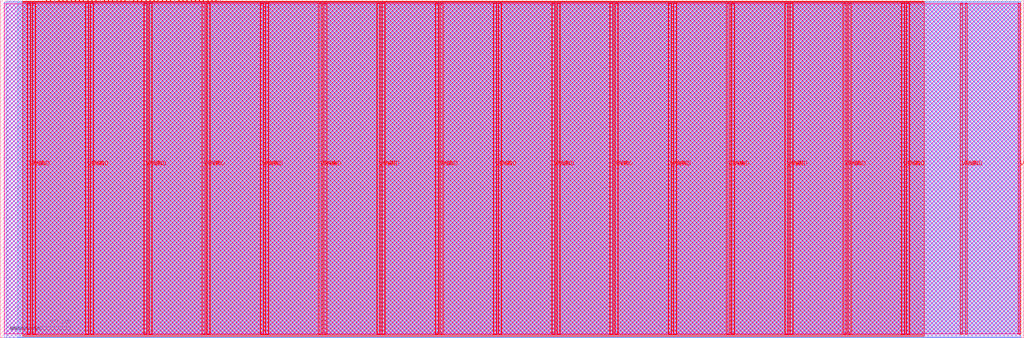
<source format=lef>
VERSION 5.7 ;
  NOWIREEXTENSIONATPIN ON ;
  DIVIDERCHAR "/" ;
  BUSBITCHARS "[]" ;
MACRO tt_um_tt_tinyQV
  CLASS BLOCK ;
  FOREIGN tt_um_tt_tinyQV ;
  ORIGIN 0.000 0.000 ;
  SIZE 682.640 BY 225.760 ;
  PIN VGND
    DIRECTION INOUT ;
    USE GROUND ;
    PORT
      LAYER met4 ;
        RECT 21.580 2.480 23.180 223.280 ;
    END
    PORT
      LAYER met4 ;
        RECT 60.450 2.480 62.050 223.280 ;
    END
    PORT
      LAYER met4 ;
        RECT 99.320 2.480 100.920 223.280 ;
    END
    PORT
      LAYER met4 ;
        RECT 138.190 2.480 139.790 223.280 ;
    END
    PORT
      LAYER met4 ;
        RECT 177.060 2.480 178.660 223.280 ;
    END
    PORT
      LAYER met4 ;
        RECT 215.930 2.480 217.530 223.280 ;
    END
    PORT
      LAYER met4 ;
        RECT 254.800 2.480 256.400 223.280 ;
    END
    PORT
      LAYER met4 ;
        RECT 293.670 2.480 295.270 223.280 ;
    END
    PORT
      LAYER met4 ;
        RECT 332.540 2.480 334.140 223.280 ;
    END
    PORT
      LAYER met4 ;
        RECT 371.410 2.480 373.010 223.280 ;
    END
    PORT
      LAYER met4 ;
        RECT 410.280 2.480 411.880 223.280 ;
    END
    PORT
      LAYER met4 ;
        RECT 449.150 2.480 450.750 223.280 ;
    END
    PORT
      LAYER met4 ;
        RECT 488.020 2.480 489.620 223.280 ;
    END
    PORT
      LAYER met4 ;
        RECT 526.890 2.480 528.490 223.280 ;
    END
    PORT
      LAYER met4 ;
        RECT 565.760 2.480 567.360 223.280 ;
    END
    PORT
      LAYER met4 ;
        RECT 604.630 2.480 606.230 223.280 ;
    END
    PORT
      LAYER met4 ;
        RECT 643.500 2.480 645.100 223.280 ;
    END
  END VGND
  PIN VPWR
    DIRECTION INOUT ;
    USE POWER ;
    PORT
      LAYER met4 ;
        RECT 18.280 2.480 19.880 223.280 ;
    END
    PORT
      LAYER met4 ;
        RECT 57.150 2.480 58.750 223.280 ;
    END
    PORT
      LAYER met4 ;
        RECT 96.020 2.480 97.620 223.280 ;
    END
    PORT
      LAYER met4 ;
        RECT 134.890 2.480 136.490 223.280 ;
    END
    PORT
      LAYER met4 ;
        RECT 173.760 2.480 175.360 223.280 ;
    END
    PORT
      LAYER met4 ;
        RECT 212.630 2.480 214.230 223.280 ;
    END
    PORT
      LAYER met4 ;
        RECT 251.500 2.480 253.100 223.280 ;
    END
    PORT
      LAYER met4 ;
        RECT 290.370 2.480 291.970 223.280 ;
    END
    PORT
      LAYER met4 ;
        RECT 329.240 2.480 330.840 223.280 ;
    END
    PORT
      LAYER met4 ;
        RECT 368.110 2.480 369.710 223.280 ;
    END
    PORT
      LAYER met4 ;
        RECT 406.980 2.480 408.580 223.280 ;
    END
    PORT
      LAYER met4 ;
        RECT 445.850 2.480 447.450 223.280 ;
    END
    PORT
      LAYER met4 ;
        RECT 484.720 2.480 486.320 223.280 ;
    END
    PORT
      LAYER met4 ;
        RECT 523.590 2.480 525.190 223.280 ;
    END
    PORT
      LAYER met4 ;
        RECT 562.460 2.480 564.060 223.280 ;
    END
    PORT
      LAYER met4 ;
        RECT 601.330 2.480 602.930 223.280 ;
    END
    PORT
      LAYER met4 ;
        RECT 640.200 2.480 641.800 223.280 ;
    END
    PORT
      LAYER met4 ;
        RECT 679.070 2.480 680.670 223.280 ;
    END
  END VPWR
  PIN clk
    DIRECTION INPUT ;
    USE SIGNAL ;
    ANTENNAGATEAREA 1.286700 ;
    ANTENNADIFFAREA 0.434700 ;
    PORT
      LAYER met4 ;
        RECT 143.830 224.760 144.130 225.760 ;
    END
  END clk
  PIN ena
    DIRECTION INPUT ;
    USE SIGNAL ;
    PORT
      LAYER met4 ;
        RECT 146.590 224.760 146.890 225.760 ;
    END
  END ena
  PIN rst_n
    DIRECTION INPUT ;
    USE SIGNAL ;
    ANTENNAGATEAREA 0.647700 ;
    ANTENNADIFFAREA 0.434700 ;
    PORT
      LAYER met4 ;
        RECT 141.070 224.760 141.370 225.760 ;
    END
  END rst_n
  PIN ui_in[0]
    DIRECTION INPUT ;
    USE SIGNAL ;
    ANTENNAGATEAREA 0.631200 ;
    ANTENNADIFFAREA 0.434700 ;
    PORT
      LAYER met4 ;
        RECT 138.310 224.760 138.610 225.760 ;
    END
  END ui_in[0]
  PIN ui_in[1]
    DIRECTION INPUT ;
    USE SIGNAL ;
    ANTENNAGATEAREA 0.631200 ;
    ANTENNADIFFAREA 0.434700 ;
    PORT
      LAYER met4 ;
        RECT 135.550 224.760 135.850 225.760 ;
    END
  END ui_in[1]
  PIN ui_in[2]
    DIRECTION INPUT ;
    USE SIGNAL ;
    ANTENNAGATEAREA 0.631200 ;
    ANTENNADIFFAREA 0.434700 ;
    PORT
      LAYER met4 ;
        RECT 132.790 224.760 133.090 225.760 ;
    END
  END ui_in[2]
  PIN ui_in[3]
    DIRECTION INPUT ;
    USE SIGNAL ;
    ANTENNAGATEAREA 0.631200 ;
    ANTENNADIFFAREA 0.434700 ;
    PORT
      LAYER met4 ;
        RECT 130.030 224.760 130.330 225.760 ;
    END
  END ui_in[3]
  PIN ui_in[4]
    DIRECTION INPUT ;
    USE SIGNAL ;
    ANTENNAGATEAREA 0.593700 ;
    ANTENNADIFFAREA 0.434700 ;
    PORT
      LAYER met4 ;
        RECT 127.270 224.760 127.570 225.760 ;
    END
  END ui_in[4]
  PIN ui_in[5]
    DIRECTION INPUT ;
    USE SIGNAL ;
    ANTENNAGATEAREA 0.647700 ;
    ANTENNADIFFAREA 0.434700 ;
    PORT
      LAYER met4 ;
        RECT 124.510 224.760 124.810 225.760 ;
    END
  END ui_in[5]
  PIN ui_in[6]
    DIRECTION INPUT ;
    USE SIGNAL ;
    ANTENNAGATEAREA 0.631200 ;
    ANTENNADIFFAREA 0.434700 ;
    PORT
      LAYER met4 ;
        RECT 121.750 224.760 122.050 225.760 ;
    END
  END ui_in[6]
  PIN ui_in[7]
    DIRECTION INPUT ;
    USE SIGNAL ;
    ANTENNAGATEAREA 0.631200 ;
    ANTENNADIFFAREA 0.434700 ;
    PORT
      LAYER met4 ;
        RECT 118.990 224.760 119.290 225.760 ;
    END
  END ui_in[7]
  PIN uio_in[0]
    DIRECTION INPUT ;
    USE SIGNAL ;
    PORT
      LAYER met4 ;
        RECT 116.230 224.760 116.530 225.760 ;
    END
  END uio_in[0]
  PIN uio_in[1]
    DIRECTION INPUT ;
    USE SIGNAL ;
    ANTENNAGATEAREA 0.631200 ;
    ANTENNADIFFAREA 0.434700 ;
    PORT
      LAYER met4 ;
        RECT 113.470 224.760 113.770 225.760 ;
    END
  END uio_in[1]
  PIN uio_in[2]
    DIRECTION INPUT ;
    USE SIGNAL ;
    ANTENNAGATEAREA 0.560700 ;
    ANTENNADIFFAREA 0.434700 ;
    PORT
      LAYER met4 ;
        RECT 110.710 224.760 111.010 225.760 ;
    END
  END uio_in[2]
  PIN uio_in[3]
    DIRECTION INPUT ;
    USE SIGNAL ;
    PORT
      LAYER met4 ;
        RECT 107.950 224.760 108.250 225.760 ;
    END
  END uio_in[3]
  PIN uio_in[4]
    DIRECTION INPUT ;
    USE SIGNAL ;
    ANTENNAGATEAREA 0.560700 ;
    ANTENNADIFFAREA 0.434700 ;
    PORT
      LAYER met4 ;
        RECT 105.190 224.760 105.490 225.760 ;
    END
  END uio_in[4]
  PIN uio_in[5]
    DIRECTION INPUT ;
    USE SIGNAL ;
    ANTENNAGATEAREA 0.631200 ;
    ANTENNADIFFAREA 0.434700 ;
    PORT
      LAYER met4 ;
        RECT 102.430 224.760 102.730 225.760 ;
    END
  END uio_in[5]
  PIN uio_in[6]
    DIRECTION INPUT ;
    USE SIGNAL ;
    PORT
      LAYER met4 ;
        RECT 99.670 224.760 99.970 225.760 ;
    END
  END uio_in[6]
  PIN uio_in[7]
    DIRECTION INPUT ;
    USE SIGNAL ;
    PORT
      LAYER met4 ;
        RECT 96.910 224.760 97.210 225.760 ;
    END
  END uio_in[7]
  PIN uio_oe[0]
    DIRECTION OUTPUT ;
    USE SIGNAL ;
    ANTENNADIFFAREA 0.445500 ;
    PORT
      LAYER met4 ;
        RECT 49.990 224.760 50.290 225.760 ;
    END
  END uio_oe[0]
  PIN uio_oe[1]
    DIRECTION OUTPUT ;
    USE SIGNAL ;
    ANTENNADIFFAREA 0.445500 ;
    PORT
      LAYER met4 ;
        RECT 47.230 224.760 47.530 225.760 ;
    END
  END uio_oe[1]
  PIN uio_oe[2]
    DIRECTION OUTPUT ;
    USE SIGNAL ;
    ANTENNADIFFAREA 0.445500 ;
    PORT
      LAYER met4 ;
        RECT 44.470 224.760 44.770 225.760 ;
    END
  END uio_oe[2]
  PIN uio_oe[3]
    DIRECTION OUTPUT ;
    USE SIGNAL ;
    ANTENNADIFFAREA 0.445500 ;
    PORT
      LAYER met4 ;
        RECT 41.710 224.760 42.010 225.760 ;
    END
  END uio_oe[3]
  PIN uio_oe[4]
    DIRECTION OUTPUT ;
    USE SIGNAL ;
    ANTENNADIFFAREA 0.445500 ;
    PORT
      LAYER met4 ;
        RECT 38.950 224.760 39.250 225.760 ;
    END
  END uio_oe[4]
  PIN uio_oe[5]
    DIRECTION OUTPUT ;
    USE SIGNAL ;
    ANTENNAGATEAREA 0.477000 ;
    ANTENNADIFFAREA 0.924000 ;
    PORT
      LAYER met4 ;
        RECT 36.190 224.760 36.490 225.760 ;
    END
  END uio_oe[5]
  PIN uio_oe[6]
    DIRECTION OUTPUT ;
    USE SIGNAL ;
    ANTENNADIFFAREA 0.445500 ;
    PORT
      LAYER met4 ;
        RECT 33.430 224.760 33.730 225.760 ;
    END
  END uio_oe[6]
  PIN uio_oe[7]
    DIRECTION OUTPUT ;
    USE SIGNAL ;
    ANTENNADIFFAREA 0.445500 ;
    PORT
      LAYER met4 ;
        RECT 30.670 224.760 30.970 225.760 ;
    END
  END uio_oe[7]
  PIN uio_out[0]
    DIRECTION OUTPUT ;
    USE SIGNAL ;
    ANTENNAGATEAREA 0.702000 ;
    ANTENNADIFFAREA 0.891000 ;
    PORT
      LAYER met4 ;
        RECT 72.070 224.760 72.370 225.760 ;
    END
  END uio_out[0]
  PIN uio_out[1]
    DIRECTION OUTPUT ;
    USE SIGNAL ;
    ANTENNADIFFAREA 0.891000 ;
    PORT
      LAYER met4 ;
        RECT 69.310 224.760 69.610 225.760 ;
    END
  END uio_out[1]
  PIN uio_out[2]
    DIRECTION OUTPUT ;
    USE SIGNAL ;
    ANTENNADIFFAREA 0.891000 ;
    PORT
      LAYER met4 ;
        RECT 66.550 224.760 66.850 225.760 ;
    END
  END uio_out[2]
  PIN uio_out[3]
    DIRECTION OUTPUT ;
    USE SIGNAL ;
    ANTENNADIFFAREA 0.891000 ;
    PORT
      LAYER met4 ;
        RECT 63.790 224.760 64.090 225.760 ;
    END
  END uio_out[3]
  PIN uio_out[4]
    DIRECTION OUTPUT ;
    USE SIGNAL ;
    ANTENNADIFFAREA 0.891000 ;
    PORT
      LAYER met4 ;
        RECT 61.030 224.760 61.330 225.760 ;
    END
  END uio_out[4]
  PIN uio_out[5]
    DIRECTION OUTPUT ;
    USE SIGNAL ;
    ANTENNADIFFAREA 0.891000 ;
    PORT
      LAYER met4 ;
        RECT 58.270 224.760 58.570 225.760 ;
    END
  END uio_out[5]
  PIN uio_out[6]
    DIRECTION OUTPUT ;
    USE SIGNAL ;
    ANTENNAGATEAREA 0.373500 ;
    ANTENNADIFFAREA 0.891000 ;
    PORT
      LAYER met4 ;
        RECT 55.510 224.760 55.810 225.760 ;
    END
  END uio_out[6]
  PIN uio_out[7]
    DIRECTION OUTPUT ;
    USE SIGNAL ;
    ANTENNAGATEAREA 0.373500 ;
    ANTENNADIFFAREA 0.891000 ;
    PORT
      LAYER met4 ;
        RECT 52.750 224.760 53.050 225.760 ;
    END
  END uio_out[7]
  PIN uo_out[0]
    DIRECTION OUTPUT ;
    USE SIGNAL ;
    ANTENNADIFFAREA 0.891000 ;
    PORT
      LAYER met4 ;
        RECT 94.150 224.760 94.450 225.760 ;
    END
  END uo_out[0]
  PIN uo_out[1]
    DIRECTION OUTPUT ;
    USE SIGNAL ;
    ANTENNADIFFAREA 0.891000 ;
    PORT
      LAYER met4 ;
        RECT 91.390 224.760 91.690 225.760 ;
    END
  END uo_out[1]
  PIN uo_out[2]
    DIRECTION OUTPUT ;
    USE SIGNAL ;
    ANTENNADIFFAREA 0.891000 ;
    PORT
      LAYER met4 ;
        RECT 88.630 224.760 88.930 225.760 ;
    END
  END uo_out[2]
  PIN uo_out[3]
    DIRECTION OUTPUT ;
    USE SIGNAL ;
    ANTENNADIFFAREA 0.891000 ;
    PORT
      LAYER met4 ;
        RECT 85.870 224.760 86.170 225.760 ;
    END
  END uo_out[3]
  PIN uo_out[4]
    DIRECTION OUTPUT ;
    USE SIGNAL ;
    ANTENNADIFFAREA 0.891000 ;
    PORT
      LAYER met4 ;
        RECT 83.110 224.760 83.410 225.760 ;
    END
  END uo_out[4]
  PIN uo_out[5]
    DIRECTION OUTPUT ;
    USE SIGNAL ;
    ANTENNADIFFAREA 0.891000 ;
    PORT
      LAYER met4 ;
        RECT 80.350 224.760 80.650 225.760 ;
    END
  END uo_out[5]
  PIN uo_out[6]
    DIRECTION OUTPUT ;
    USE SIGNAL ;
    ANTENNADIFFAREA 0.891000 ;
    PORT
      LAYER met4 ;
        RECT 77.590 224.760 77.890 225.760 ;
    END
  END uo_out[6]
  PIN uo_out[7]
    DIRECTION OUTPUT ;
    USE SIGNAL ;
    ANTENNADIFFAREA 0.891000 ;
    PORT
      LAYER met4 ;
        RECT 74.830 224.760 75.130 225.760 ;
    END
  END uo_out[7]
  OBS
      LAYER nwell ;
        RECT 2.570 2.635 680.070 223.230 ;
      LAYER li1 ;
        RECT 2.760 2.635 679.880 223.125 ;
      LAYER met1 ;
        RECT 2.760 0.040 680.670 224.020 ;
      LAYER met2 ;
        RECT 4.240 0.010 680.640 224.925 ;
      LAYER met3 ;
        RECT 11.565 0.175 680.660 224.905 ;
      LAYER met4 ;
        RECT 15.015 224.360 30.270 224.905 ;
        RECT 31.370 224.360 33.030 224.905 ;
        RECT 34.130 224.360 35.790 224.905 ;
        RECT 36.890 224.360 38.550 224.905 ;
        RECT 39.650 224.360 41.310 224.905 ;
        RECT 42.410 224.360 44.070 224.905 ;
        RECT 45.170 224.360 46.830 224.905 ;
        RECT 47.930 224.360 49.590 224.905 ;
        RECT 50.690 224.360 52.350 224.905 ;
        RECT 53.450 224.360 55.110 224.905 ;
        RECT 56.210 224.360 57.870 224.905 ;
        RECT 58.970 224.360 60.630 224.905 ;
        RECT 61.730 224.360 63.390 224.905 ;
        RECT 64.490 224.360 66.150 224.905 ;
        RECT 67.250 224.360 68.910 224.905 ;
        RECT 70.010 224.360 71.670 224.905 ;
        RECT 72.770 224.360 74.430 224.905 ;
        RECT 75.530 224.360 77.190 224.905 ;
        RECT 78.290 224.360 79.950 224.905 ;
        RECT 81.050 224.360 82.710 224.905 ;
        RECT 83.810 224.360 85.470 224.905 ;
        RECT 86.570 224.360 88.230 224.905 ;
        RECT 89.330 224.360 90.990 224.905 ;
        RECT 92.090 224.360 93.750 224.905 ;
        RECT 94.850 224.360 96.510 224.905 ;
        RECT 97.610 224.360 99.270 224.905 ;
        RECT 100.370 224.360 102.030 224.905 ;
        RECT 103.130 224.360 104.790 224.905 ;
        RECT 105.890 224.360 107.550 224.905 ;
        RECT 108.650 224.360 110.310 224.905 ;
        RECT 111.410 224.360 113.070 224.905 ;
        RECT 114.170 224.360 115.830 224.905 ;
        RECT 116.930 224.360 118.590 224.905 ;
        RECT 119.690 224.360 121.350 224.905 ;
        RECT 122.450 224.360 124.110 224.905 ;
        RECT 125.210 224.360 126.870 224.905 ;
        RECT 127.970 224.360 129.630 224.905 ;
        RECT 130.730 224.360 132.390 224.905 ;
        RECT 133.490 224.360 135.150 224.905 ;
        RECT 136.250 224.360 137.910 224.905 ;
        RECT 139.010 224.360 140.670 224.905 ;
        RECT 141.770 224.360 143.430 224.905 ;
        RECT 144.530 224.360 146.190 224.905 ;
        RECT 147.290 224.360 616.105 224.905 ;
        RECT 15.015 223.680 616.105 224.360 ;
        RECT 15.015 2.080 17.880 223.680 ;
        RECT 20.280 2.080 21.180 223.680 ;
        RECT 23.580 2.080 56.750 223.680 ;
        RECT 59.150 2.080 60.050 223.680 ;
        RECT 62.450 2.080 95.620 223.680 ;
        RECT 98.020 2.080 98.920 223.680 ;
        RECT 101.320 2.080 134.490 223.680 ;
        RECT 136.890 2.080 137.790 223.680 ;
        RECT 140.190 2.080 173.360 223.680 ;
        RECT 175.760 2.080 176.660 223.680 ;
        RECT 179.060 2.080 212.230 223.680 ;
        RECT 214.630 2.080 215.530 223.680 ;
        RECT 217.930 2.080 251.100 223.680 ;
        RECT 253.500 2.080 254.400 223.680 ;
        RECT 256.800 2.080 289.970 223.680 ;
        RECT 292.370 2.080 293.270 223.680 ;
        RECT 295.670 2.080 328.840 223.680 ;
        RECT 331.240 2.080 332.140 223.680 ;
        RECT 334.540 2.080 367.710 223.680 ;
        RECT 370.110 2.080 371.010 223.680 ;
        RECT 373.410 2.080 406.580 223.680 ;
        RECT 408.980 2.080 409.880 223.680 ;
        RECT 412.280 2.080 445.450 223.680 ;
        RECT 447.850 2.080 448.750 223.680 ;
        RECT 451.150 2.080 484.320 223.680 ;
        RECT 486.720 2.080 487.620 223.680 ;
        RECT 490.020 2.080 523.190 223.680 ;
        RECT 525.590 2.080 526.490 223.680 ;
        RECT 528.890 2.080 562.060 223.680 ;
        RECT 564.460 2.080 565.360 223.680 ;
        RECT 567.760 2.080 600.930 223.680 ;
        RECT 603.330 2.080 604.230 223.680 ;
        RECT 606.630 2.080 616.105 223.680 ;
        RECT 15.015 0.855 616.105 2.080 ;
  END
END tt_um_tt_tinyQV
END LIBRARY


</source>
